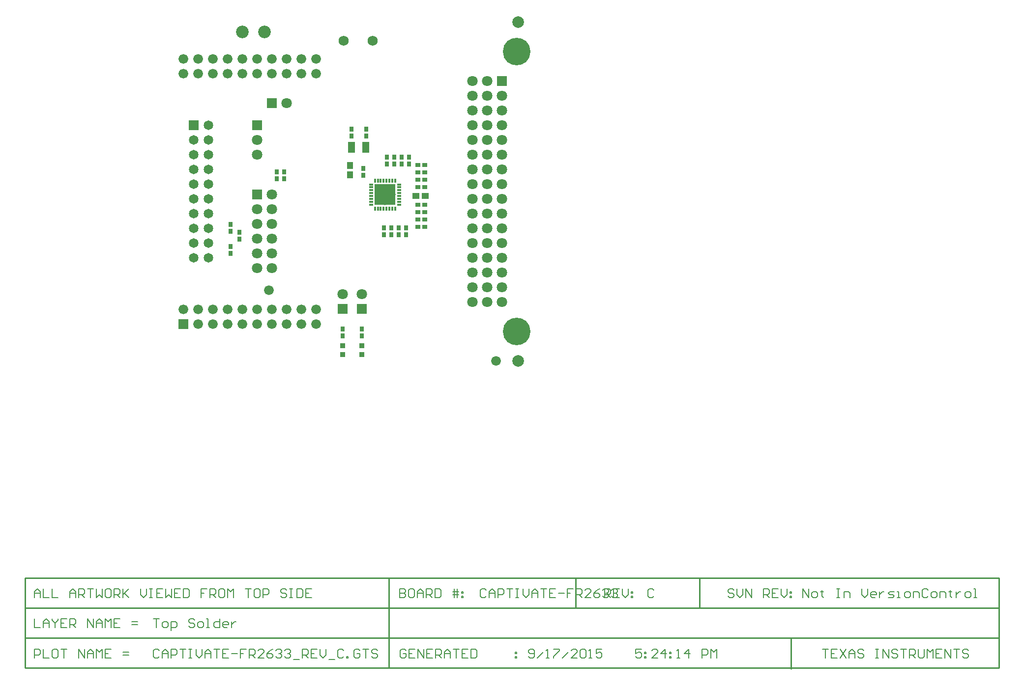
<source format=gts>
%FSAX25Y25*%
%MOIN*%
G70*
G01*
G75*
G04 Layer_Color=8388736*
%ADD10C,0.00800*%
%ADD11C,0.00600*%
%ADD12C,0.03937*%
%ADD13R,0.02362X0.03150*%
%ADD14R,0.03937X0.03740*%
%ADD15R,0.03150X0.02362*%
%ADD16R,0.03150X0.03150*%
%ADD17R,0.03740X0.03937*%
%ADD18O,0.02362X0.00945*%
%ADD19O,0.00945X0.02362*%
%ADD20R,0.13583X0.13583*%
%ADD21R,0.03937X0.07087*%
%ADD22C,0.02000*%
%ADD23C,0.01000*%
%ADD24C,0.03000*%
%ADD25C,0.01200*%
%ADD26C,0.00787*%
%ADD27C,0.01500*%
%ADD28C,0.05000*%
%ADD29C,0.06000*%
%ADD30C,0.06496*%
%ADD31R,0.06496X0.06496*%
%ADD32C,0.08000*%
%ADD33R,0.05906X0.05906*%
%ADD34C,0.05906*%
%ADD35C,0.18110*%
%ADD36C,0.06299*%
%ADD37R,0.06496X0.06496*%
%ADD38R,0.06000X0.06000*%
%ADD39C,0.05000*%
%ADD40C,0.03400*%
%ADD41C,0.01969*%
%ADD42C,0.00984*%
%ADD43C,0.00700*%
%ADD44C,0.00050*%
%ADD45R,0.06299X0.01969*%
%ADD46R,0.05850X0.05850*%
%ADD47C,0.07874*%
%ADD48R,0.02962X0.03750*%
%ADD49R,0.04537X0.04340*%
%ADD50R,0.03750X0.02962*%
%ADD51R,0.03750X0.03750*%
%ADD52R,0.04340X0.04537*%
%ADD53O,0.02962X0.01545*%
%ADD54O,0.01545X0.02962*%
%ADD55R,0.14183X0.14183*%
%ADD56R,0.04537X0.07687*%
%ADD57C,0.06600*%
%ADD58C,0.07096*%
%ADD59R,0.07096X0.07096*%
%ADD60C,0.08600*%
%ADD61R,0.06506X0.06506*%
%ADD62C,0.06506*%
%ADD63C,0.18710*%
%ADD64C,0.06899*%
%ADD65R,0.07096X0.07096*%
%ADD66R,0.06600X0.06600*%
%ADD67C,0.02569*%
G54D10*
X0126900Y0073549D02*
X0130899D01*
X0128899D01*
Y0067551D01*
X0133898D02*
X0135897D01*
X0136897Y0068550D01*
Y0070550D01*
X0135897Y0071549D01*
X0133898D01*
X0132898Y0070550D01*
Y0068550D01*
X0133898Y0067551D01*
X0138896Y0065551D02*
Y0071549D01*
X0141895D01*
X0142895Y0070550D01*
Y0068550D01*
X0141895Y0067551D01*
X0138896D01*
X0154891Y0072549D02*
X0153891Y0073549D01*
X0151892D01*
X0150892Y0072549D01*
Y0071549D01*
X0151892Y0070550D01*
X0153891D01*
X0154891Y0069550D01*
Y0068550D01*
X0153891Y0067551D01*
X0151892D01*
X0150892Y0068550D01*
X0157890Y0067551D02*
X0159889D01*
X0160889Y0068550D01*
Y0070550D01*
X0159889Y0071549D01*
X0157890D01*
X0156890Y0070550D01*
Y0068550D01*
X0157890Y0067551D01*
X0162888D02*
X0164888D01*
X0163888D01*
Y0073549D01*
X0162888D01*
X0171885D02*
Y0067551D01*
X0168886D01*
X0167887Y0068550D01*
Y0070550D01*
X0168886Y0071549D01*
X0171885D01*
X0176884Y0067551D02*
X0174884D01*
X0173885Y0068550D01*
Y0070550D01*
X0174884Y0071549D01*
X0176884D01*
X0177884Y0070550D01*
Y0069550D01*
X0173885D01*
X0179883Y0071549D02*
Y0067551D01*
Y0069550D01*
X0180883Y0070550D01*
X0181882Y0071549D01*
X0182882D01*
X0126900Y0073549D02*
X0130899D01*
X0128899D01*
Y0067551D01*
X0133898D02*
X0135897D01*
X0136897Y0068550D01*
Y0070550D01*
X0135897Y0071549D01*
X0133898D01*
X0132898Y0070550D01*
Y0068550D01*
X0133898Y0067551D01*
X0138896Y0065551D02*
Y0071549D01*
X0141895D01*
X0142895Y0070550D01*
Y0068550D01*
X0141895Y0067551D01*
X0138896D01*
X0154891Y0072549D02*
X0153891Y0073549D01*
X0151892D01*
X0150892Y0072549D01*
Y0071549D01*
X0151892Y0070550D01*
X0153891D01*
X0154891Y0069550D01*
Y0068550D01*
X0153891Y0067551D01*
X0151892D01*
X0150892Y0068550D01*
X0157890Y0067551D02*
X0159889D01*
X0160889Y0068550D01*
Y0070550D01*
X0159889Y0071549D01*
X0157890D01*
X0156890Y0070550D01*
Y0068550D01*
X0157890Y0067551D01*
X0162888D02*
X0164888D01*
X0163888D01*
Y0073549D01*
X0162888D01*
X0171885D02*
Y0067551D01*
X0168886D01*
X0167887Y0068550D01*
Y0070550D01*
X0168886Y0071549D01*
X0171885D01*
X0176884Y0067551D02*
X0174884D01*
X0173885Y0068550D01*
Y0070550D01*
X0174884Y0071549D01*
X0176884D01*
X0177884Y0070550D01*
Y0069550D01*
X0173885D01*
X0179883Y0071549D02*
Y0067551D01*
Y0069550D01*
X0180883Y0070550D01*
X0181882Y0071549D01*
X0182882D01*
X0580500Y0052965D02*
X0584499D01*
X0582499D01*
Y0046966D01*
X0590497Y0052965D02*
X0586498D01*
Y0046966D01*
X0590497D01*
X0586498Y0049966D02*
X0588497D01*
X0592496Y0052965D02*
X0596495Y0046966D01*
Y0052965D02*
X0592496Y0046966D01*
X0598494D02*
Y0050965D01*
X0600493Y0052965D01*
X0602493Y0050965D01*
Y0046966D01*
Y0049966D01*
X0598494D01*
X0608491Y0051965D02*
X0607491Y0052965D01*
X0605492D01*
X0604492Y0051965D01*
Y0050965D01*
X0605492Y0049966D01*
X0607491D01*
X0608491Y0048966D01*
Y0047966D01*
X0607491Y0046966D01*
X0605492D01*
X0604492Y0047966D01*
X0616488Y0052965D02*
X0618488D01*
X0617488D01*
Y0046966D01*
X0616488D01*
X0618488D01*
X0621487D02*
Y0052965D01*
X0625486Y0046966D01*
Y0052965D01*
X0631484Y0051965D02*
X0630484Y0052965D01*
X0628484D01*
X0627485Y0051965D01*
Y0050965D01*
X0628484Y0049966D01*
X0630484D01*
X0631484Y0048966D01*
Y0047966D01*
X0630484Y0046966D01*
X0628484D01*
X0627485Y0047966D01*
X0633483Y0052965D02*
X0637482D01*
X0635482D01*
Y0046966D01*
X0639481D02*
Y0052965D01*
X0642480D01*
X0643480Y0051965D01*
Y0049966D01*
X0642480Y0048966D01*
X0639481D01*
X0641480D02*
X0643480Y0046966D01*
X0645479Y0052965D02*
Y0047966D01*
X0646479Y0046966D01*
X0648478D01*
X0649478Y0047966D01*
Y0052965D01*
X0651477Y0046966D02*
Y0052965D01*
X0653476Y0050965D01*
X0655476Y0052965D01*
Y0046966D01*
X0661474Y0052965D02*
X0657475D01*
Y0046966D01*
X0661474D01*
X0657475Y0049966D02*
X0659474D01*
X0663473Y0046966D02*
Y0052965D01*
X0667472Y0046966D01*
Y0052965D01*
X0669471D02*
X0673470D01*
X0671471D01*
Y0046966D01*
X0679468Y0051965D02*
X0678468Y0052965D01*
X0676469D01*
X0675469Y0051965D01*
Y0050965D01*
X0676469Y0049966D01*
X0678468D01*
X0679468Y0048966D01*
Y0047966D01*
X0678468Y0046966D01*
X0676469D01*
X0675469Y0047966D01*
X0458049Y0052965D02*
X0454050D01*
Y0049966D01*
X0456049Y0050965D01*
X0457049D01*
X0458049Y0049966D01*
Y0047966D01*
X0457049Y0046966D01*
X0455050D01*
X0454050Y0047966D01*
X0460048Y0050965D02*
X0461048D01*
Y0049966D01*
X0460048D01*
Y0050965D01*
Y0047966D02*
X0461048D01*
Y0046966D01*
X0460048D01*
Y0047966D01*
X0469045Y0046966D02*
X0465046D01*
X0469045Y0050965D01*
Y0051965D01*
X0468046Y0052965D01*
X0466046D01*
X0465046Y0051965D01*
X0474044Y0046966D02*
Y0052965D01*
X0471044Y0049966D01*
X0475043D01*
X0477043Y0050965D02*
X0478042D01*
Y0049966D01*
X0477043D01*
Y0050965D01*
Y0047966D02*
X0478042D01*
Y0046966D01*
X0477043D01*
Y0047966D01*
X0482041Y0046966D02*
X0484040D01*
X0483041D01*
Y0052965D01*
X0482041Y0051965D01*
X0490038Y0046966D02*
Y0052965D01*
X0487039Y0049966D01*
X0491038D01*
X0499035Y0046966D02*
Y0052965D01*
X0502035D01*
X0503034Y0051965D01*
Y0049966D01*
X0502035Y0048966D01*
X0499035D01*
X0505033Y0046966D02*
Y0052965D01*
X0507033Y0050965D01*
X0509032Y0052965D01*
Y0046966D01*
X0046350D02*
Y0052965D01*
X0049349D01*
X0050349Y0051965D01*
Y0049966D01*
X0049349Y0048966D01*
X0046350D01*
X0052348Y0052965D02*
Y0046966D01*
X0056347D01*
X0061345Y0052965D02*
X0059346D01*
X0058346Y0051965D01*
Y0047966D01*
X0059346Y0046966D01*
X0061345D01*
X0062345Y0047966D01*
Y0051965D01*
X0061345Y0052965D01*
X0064344D02*
X0068343D01*
X0066343D01*
Y0046966D01*
X0076340D02*
Y0052965D01*
X0080339Y0046966D01*
Y0052965D01*
X0082338Y0046966D02*
Y0050965D01*
X0084338Y0052965D01*
X0086337Y0050965D01*
Y0046966D01*
Y0049966D01*
X0082338D01*
X0088336Y0046966D02*
Y0052965D01*
X0090336Y0050965D01*
X0092335Y0052965D01*
Y0046966D01*
X0098333Y0052965D02*
X0094335D01*
Y0046966D01*
X0098333D01*
X0094335Y0049966D02*
X0096334D01*
X0106331Y0048966D02*
X0110329D01*
X0106331Y0050965D02*
X0110329D01*
X0046350Y0073549D02*
Y0067551D01*
X0050349D01*
X0052348D02*
Y0071549D01*
X0054347Y0073549D01*
X0056347Y0071549D01*
Y0067551D01*
Y0070550D01*
X0052348D01*
X0058346Y0073549D02*
Y0072549D01*
X0060346Y0070550D01*
X0062345Y0072549D01*
Y0073549D01*
X0060346Y0070550D02*
Y0067551D01*
X0068343Y0073549D02*
X0064344D01*
Y0067551D01*
X0068343D01*
X0064344Y0070550D02*
X0066343D01*
X0070342Y0067551D02*
Y0073549D01*
X0073341D01*
X0074341Y0072549D01*
Y0070550D01*
X0073341Y0069550D01*
X0070342D01*
X0072342D02*
X0074341Y0067551D01*
X0082338D02*
Y0073549D01*
X0086337Y0067551D01*
Y0073549D01*
X0088336Y0067551D02*
Y0071549D01*
X0090336Y0073549D01*
X0092335Y0071549D01*
Y0067551D01*
Y0070550D01*
X0088336D01*
X0094335Y0067551D02*
Y0073549D01*
X0096334Y0071549D01*
X0098333Y0073549D01*
Y0067551D01*
X0104331Y0073549D02*
X0100332D01*
Y0067551D01*
X0104331D01*
X0100332Y0070550D02*
X0102332D01*
X0112329Y0069550D02*
X0116327D01*
X0112329Y0071549D02*
X0116327D01*
X0294000Y0093831D02*
Y0087833D01*
X0296999D01*
X0297999Y0088833D01*
Y0089833D01*
X0296999Y0090832D01*
X0294000D01*
X0296999D01*
X0297999Y0091832D01*
Y0092832D01*
X0296999Y0093831D01*
X0294000D01*
X0302997D02*
X0300998D01*
X0299998Y0092832D01*
Y0088833D01*
X0300998Y0087833D01*
X0302997D01*
X0303997Y0088833D01*
Y0092832D01*
X0302997Y0093831D01*
X0305996Y0087833D02*
Y0091832D01*
X0307996Y0093831D01*
X0309995Y0091832D01*
Y0087833D01*
Y0090832D01*
X0305996D01*
X0311994Y0087833D02*
Y0093831D01*
X0314993D01*
X0315993Y0092832D01*
Y0090832D01*
X0314993Y0089833D01*
X0311994D01*
X0313994D02*
X0315993Y0087833D01*
X0317992Y0093831D02*
Y0087833D01*
X0320991D01*
X0321991Y0088833D01*
Y0092832D01*
X0320991Y0093831D01*
X0317992D01*
X0330988Y0087833D02*
Y0093831D01*
X0332987D02*
Y0087833D01*
X0329988Y0091832D02*
X0332987D01*
X0333987D01*
X0329988Y0089833D02*
X0333987D01*
X0335986Y0091832D02*
X0336986D01*
Y0090832D01*
X0335986D01*
Y0091832D01*
Y0088833D02*
X0336986D01*
Y0087833D01*
X0335986D01*
Y0088833D01*
X0352549Y0092832D02*
X0351549Y0093831D01*
X0349550D01*
X0348550Y0092832D01*
Y0088833D01*
X0349550Y0087833D01*
X0351549D01*
X0352549Y0088833D01*
X0354548Y0087833D02*
Y0091832D01*
X0356547Y0093831D01*
X0358547Y0091832D01*
Y0087833D01*
Y0090832D01*
X0354548D01*
X0360546Y0087833D02*
Y0093831D01*
X0363545D01*
X0364545Y0092832D01*
Y0090832D01*
X0363545Y0089833D01*
X0360546D01*
X0366544Y0093831D02*
X0370543D01*
X0368544D01*
Y0087833D01*
X0372542Y0093831D02*
X0374542D01*
X0373542D01*
Y0087833D01*
X0372542D01*
X0374542D01*
X0377541Y0093831D02*
Y0089833D01*
X0379540Y0087833D01*
X0381539Y0089833D01*
Y0093831D01*
X0383539Y0087833D02*
Y0091832D01*
X0385538Y0093831D01*
X0387537Y0091832D01*
Y0087833D01*
Y0090832D01*
X0383539D01*
X0389537Y0093831D02*
X0393535D01*
X0391536D01*
Y0087833D01*
X0399534Y0093831D02*
X0395535D01*
Y0087833D01*
X0399534D01*
X0395535Y0090832D02*
X0397534D01*
X0401533D02*
X0405532D01*
X0411530Y0093831D02*
X0407531D01*
Y0090832D01*
X0409530D01*
X0407531D01*
Y0087833D01*
X0413529D02*
Y0093831D01*
X0416528D01*
X0417528Y0092832D01*
Y0090832D01*
X0416528Y0089833D01*
X0413529D01*
X0415528D02*
X0417528Y0087833D01*
X0423526D02*
X0419527D01*
X0423526Y0091832D01*
Y0092832D01*
X0422526Y0093831D01*
X0420527D01*
X0419527Y0092832D01*
X0429524Y0093831D02*
X0427524Y0092832D01*
X0425525Y0090832D01*
Y0088833D01*
X0426525Y0087833D01*
X0428524D01*
X0429524Y0088833D01*
Y0089833D01*
X0428524Y0090832D01*
X0425525D01*
X0431523Y0092832D02*
X0432523Y0093831D01*
X0434522D01*
X0435522Y0092832D01*
Y0091832D01*
X0434522Y0090832D01*
X0433523D01*
X0434522D01*
X0435522Y0089833D01*
Y0088833D01*
X0434522Y0087833D01*
X0432523D01*
X0431523Y0088833D01*
X0437521Y0092832D02*
X0438521Y0093831D01*
X0440520D01*
X0441520Y0092832D01*
Y0091832D01*
X0440520Y0090832D01*
X0439521D01*
X0440520D01*
X0441520Y0089833D01*
Y0088833D01*
X0440520Y0087833D01*
X0438521D01*
X0437521Y0088833D01*
X0466149Y0092832D02*
X0465149Y0093831D01*
X0463150D01*
X0462150Y0092832D01*
Y0088833D01*
X0463150Y0087833D01*
X0465149D01*
X0466149Y0088833D01*
X0046350Y0087833D02*
Y0091832D01*
X0048349Y0093831D01*
X0050349Y0091832D01*
Y0087833D01*
Y0090832D01*
X0046350D01*
X0052348Y0093831D02*
Y0087833D01*
X0056347D01*
X0058346Y0093831D02*
Y0087833D01*
X0062345D01*
X0070342D02*
Y0091832D01*
X0072342Y0093831D01*
X0074341Y0091832D01*
Y0087833D01*
Y0090832D01*
X0070342D01*
X0076340Y0087833D02*
Y0093831D01*
X0079339D01*
X0080339Y0092832D01*
Y0090832D01*
X0079339Y0089833D01*
X0076340D01*
X0078340D02*
X0080339Y0087833D01*
X0082338Y0093831D02*
X0086337D01*
X0084338D01*
Y0087833D01*
X0088336Y0093831D02*
Y0087833D01*
X0090336Y0089833D01*
X0092335Y0087833D01*
Y0093831D01*
X0097334D02*
X0095334D01*
X0094335Y0092832D01*
Y0088833D01*
X0095334Y0087833D01*
X0097334D01*
X0098333Y0088833D01*
Y0092832D01*
X0097334Y0093831D01*
X0100332Y0087833D02*
Y0093831D01*
X0103332D01*
X0104331Y0092832D01*
Y0090832D01*
X0103332Y0089833D01*
X0100332D01*
X0102332D02*
X0104331Y0087833D01*
X0106331Y0093831D02*
Y0087833D01*
Y0089833D01*
X0110329Y0093831D01*
X0107330Y0090832D01*
X0110329Y0087833D01*
X0118327Y0093831D02*
Y0089833D01*
X0120326Y0087833D01*
X0122325Y0089833D01*
Y0093831D01*
X0124325D02*
X0126324D01*
X0125324D01*
Y0087833D01*
X0124325D01*
X0126324D01*
X0133322Y0093831D02*
X0129323D01*
Y0087833D01*
X0133322D01*
X0129323Y0090832D02*
X0131323D01*
X0135321Y0093831D02*
Y0087833D01*
X0137321Y0089833D01*
X0139320Y0087833D01*
Y0093831D01*
X0145318D02*
X0141319D01*
Y0087833D01*
X0145318D01*
X0141319Y0090832D02*
X0143319D01*
X0147317Y0093831D02*
Y0087833D01*
X0150316D01*
X0151316Y0088833D01*
Y0092832D01*
X0150316Y0093831D01*
X0147317D01*
X0163312D02*
X0159313D01*
Y0090832D01*
X0161313D01*
X0159313D01*
Y0087833D01*
X0165312D02*
Y0093831D01*
X0168310D01*
X0169310Y0092832D01*
Y0090832D01*
X0168310Y0089833D01*
X0165312D01*
X0167311D02*
X0169310Y0087833D01*
X0174309Y0093831D02*
X0172309D01*
X0171310Y0092832D01*
Y0088833D01*
X0172309Y0087833D01*
X0174309D01*
X0175308Y0088833D01*
Y0092832D01*
X0174309Y0093831D01*
X0177308Y0087833D02*
Y0093831D01*
X0179307Y0091832D01*
X0181306Y0093831D01*
Y0087833D01*
X0189304Y0093831D02*
X0193303D01*
X0191303D01*
Y0087833D01*
X0198301Y0093831D02*
X0196301D01*
X0195302Y0092832D01*
Y0088833D01*
X0196301Y0087833D01*
X0198301D01*
X0199301Y0088833D01*
Y0092832D01*
X0198301Y0093831D01*
X0201300Y0087833D02*
Y0093831D01*
X0204299D01*
X0205299Y0092832D01*
Y0090832D01*
X0204299Y0089833D01*
X0201300D01*
X0217295Y0092832D02*
X0216295Y0093831D01*
X0214296D01*
X0213296Y0092832D01*
Y0091832D01*
X0214296Y0090832D01*
X0216295D01*
X0217295Y0089833D01*
Y0088833D01*
X0216295Y0087833D01*
X0214296D01*
X0213296Y0088833D01*
X0219294Y0093831D02*
X0221293D01*
X0220294D01*
Y0087833D01*
X0219294D01*
X0221293D01*
X0224292Y0093831D02*
Y0087833D01*
X0227291D01*
X0228291Y0088833D01*
Y0092832D01*
X0227291Y0093831D01*
X0224292D01*
X0234289D02*
X0230291D01*
Y0087833D01*
X0234289D01*
X0230291Y0090832D02*
X0232290D01*
X0298199Y0051965D02*
X0297199Y0052965D01*
X0295200D01*
X0294200Y0051965D01*
Y0047966D01*
X0295200Y0046966D01*
X0297199D01*
X0298199Y0047966D01*
Y0049966D01*
X0296199D01*
X0304197Y0052965D02*
X0300198D01*
Y0046966D01*
X0304197D01*
X0300198Y0049966D02*
X0302197D01*
X0306196Y0046966D02*
Y0052965D01*
X0310195Y0046966D01*
Y0052965D01*
X0316193D02*
X0312194D01*
Y0046966D01*
X0316193D01*
X0312194Y0049966D02*
X0314194D01*
X0318192Y0046966D02*
Y0052965D01*
X0321191D01*
X0322191Y0051965D01*
Y0049966D01*
X0321191Y0048966D01*
X0318192D01*
X0320192D02*
X0322191Y0046966D01*
X0324190D02*
Y0050965D01*
X0326190Y0052965D01*
X0328189Y0050965D01*
Y0046966D01*
Y0049966D01*
X0324190D01*
X0330188Y0052965D02*
X0334187D01*
X0332188D01*
Y0046966D01*
X0340185Y0052965D02*
X0336186D01*
Y0046966D01*
X0340185D01*
X0336186Y0049966D02*
X0338186D01*
X0342184Y0052965D02*
Y0046966D01*
X0345183D01*
X0346183Y0047966D01*
Y0051965D01*
X0345183Y0052965D01*
X0342184D01*
X0372175Y0050965D02*
X0373175D01*
Y0049966D01*
X0372175D01*
Y0050965D01*
Y0047966D02*
X0373175D01*
Y0046966D01*
X0372175D01*
Y0047966D01*
X0381150D02*
X0382150Y0046966D01*
X0384149D01*
X0385149Y0047966D01*
Y0051965D01*
X0384149Y0052965D01*
X0382150D01*
X0381150Y0051965D01*
Y0050965D01*
X0382150Y0049966D01*
X0385149D01*
X0387148Y0046966D02*
X0391147Y0050965D01*
X0393146Y0046966D02*
X0395146D01*
X0394146D01*
Y0052965D01*
X0393146Y0051965D01*
X0398145Y0052965D02*
X0402143D01*
Y0051965D01*
X0398145Y0047966D01*
Y0046966D01*
X0404143D02*
X0408141Y0050965D01*
X0414139Y0046966D02*
X0410141D01*
X0414139Y0050965D01*
Y0051965D01*
X0413140Y0052965D01*
X0411140D01*
X0410141Y0051965D01*
X0416139D02*
X0417138Y0052965D01*
X0419138D01*
X0420137Y0051965D01*
Y0047966D01*
X0419138Y0046966D01*
X0417138D01*
X0416139Y0047966D01*
Y0051965D01*
X0422137Y0046966D02*
X0424136D01*
X0423136D01*
Y0052965D01*
X0422137Y0051965D01*
X0431134Y0052965D02*
X0427135D01*
Y0049966D01*
X0429135Y0050965D01*
X0430134D01*
X0431134Y0049966D01*
Y0047966D01*
X0430134Y0046966D01*
X0428135D01*
X0427135Y0047966D01*
X0130899Y0051965D02*
X0129899Y0052965D01*
X0127900D01*
X0126900Y0051965D01*
Y0047966D01*
X0127900Y0046966D01*
X0129899D01*
X0130899Y0047966D01*
X0132898Y0046966D02*
Y0050965D01*
X0134897Y0052965D01*
X0136897Y0050965D01*
Y0046966D01*
Y0049966D01*
X0132898D01*
X0138896Y0046966D02*
Y0052965D01*
X0141895D01*
X0142895Y0051965D01*
Y0049966D01*
X0141895Y0048966D01*
X0138896D01*
X0144894Y0052965D02*
X0148893D01*
X0146894D01*
Y0046966D01*
X0150892Y0052965D02*
X0152892D01*
X0151892D01*
Y0046966D01*
X0150892D01*
X0152892D01*
X0155891Y0052965D02*
Y0048966D01*
X0157890Y0046966D01*
X0159889Y0048966D01*
Y0052965D01*
X0161889Y0046966D02*
Y0050965D01*
X0163888Y0052965D01*
X0165887Y0050965D01*
Y0046966D01*
Y0049966D01*
X0161889D01*
X0167887Y0052965D02*
X0171885D01*
X0169886D01*
Y0046966D01*
X0177884Y0052965D02*
X0173885D01*
Y0046966D01*
X0177884D01*
X0173885Y0049966D02*
X0175884D01*
X0179883D02*
X0183882D01*
X0189880Y0052965D02*
X0185881D01*
Y0049966D01*
X0187880D01*
X0185881D01*
Y0046966D01*
X0191879D02*
Y0052965D01*
X0194878D01*
X0195878Y0051965D01*
Y0049966D01*
X0194878Y0048966D01*
X0191879D01*
X0193878D02*
X0195878Y0046966D01*
X0201876D02*
X0197877D01*
X0201876Y0050965D01*
Y0051965D01*
X0200876Y0052965D01*
X0198877D01*
X0197877Y0051965D01*
X0207874Y0052965D02*
X0205874Y0051965D01*
X0203875Y0049966D01*
Y0047966D01*
X0204875Y0046966D01*
X0206874D01*
X0207874Y0047966D01*
Y0048966D01*
X0206874Y0049966D01*
X0203875D01*
X0209873Y0051965D02*
X0210873Y0052965D01*
X0212872D01*
X0213872Y0051965D01*
Y0050965D01*
X0212872Y0049966D01*
X0211873D01*
X0212872D01*
X0213872Y0048966D01*
Y0047966D01*
X0212872Y0046966D01*
X0210873D01*
X0209873Y0047966D01*
X0215871Y0051965D02*
X0216871Y0052965D01*
X0218870D01*
X0219870Y0051965D01*
Y0050965D01*
X0218870Y0049966D01*
X0217871D01*
X0218870D01*
X0219870Y0048966D01*
Y0047966D01*
X0218870Y0046966D01*
X0216871D01*
X0215871Y0047966D01*
X0221869Y0045967D02*
X0225868D01*
X0227867Y0046966D02*
Y0052965D01*
X0230866D01*
X0231866Y0051965D01*
Y0049966D01*
X0230866Y0048966D01*
X0227867D01*
X0229867D02*
X0231866Y0046966D01*
X0237864Y0052965D02*
X0233865D01*
Y0046966D01*
X0237864D01*
X0233865Y0049966D02*
X0235865D01*
X0239863Y0052965D02*
Y0048966D01*
X0241863Y0046966D01*
X0243862Y0048966D01*
Y0052965D01*
X0245862Y0045967D02*
X0249860D01*
X0255858Y0051965D02*
X0254859Y0052965D01*
X0252859D01*
X0251860Y0051965D01*
Y0047966D01*
X0252859Y0046966D01*
X0254859D01*
X0255858Y0047966D01*
X0257858Y0046966D02*
Y0047966D01*
X0258857D01*
Y0046966D01*
X0257858D01*
X0266855Y0051965D02*
X0265855Y0052965D01*
X0263856D01*
X0262856Y0051965D01*
Y0047966D01*
X0263856Y0046966D01*
X0265855D01*
X0266855Y0047966D01*
Y0049966D01*
X0264855D01*
X0268854Y0052965D02*
X0272853D01*
X0270853D01*
Y0046966D01*
X0278851Y0051965D02*
X0277851Y0052965D01*
X0275852D01*
X0274852Y0051965D01*
Y0050965D01*
X0275852Y0049966D01*
X0277851D01*
X0278851Y0048966D01*
Y0047966D01*
X0277851Y0046966D01*
X0275852D01*
X0274852Y0047966D01*
X0433000Y0087833D02*
Y0093831D01*
X0435999D01*
X0436999Y0092832D01*
Y0090832D01*
X0435999Y0089833D01*
X0433000D01*
X0434999D02*
X0436999Y0087833D01*
X0442997Y0093831D02*
X0438998D01*
Y0087833D01*
X0442997D01*
X0438998Y0090832D02*
X0440997D01*
X0444996Y0093831D02*
Y0089833D01*
X0446995Y0087833D01*
X0448995Y0089833D01*
Y0093831D01*
X0450994Y0091832D02*
X0451994D01*
Y0090832D01*
X0450994D01*
Y0091832D01*
Y0088833D02*
X0451994D01*
Y0087833D01*
X0450994D01*
Y0088833D01*
X0520799Y0092832D02*
X0519799Y0093831D01*
X0517800D01*
X0516800Y0092832D01*
Y0091832D01*
X0517800Y0090832D01*
X0519799D01*
X0520799Y0089833D01*
Y0088833D01*
X0519799Y0087833D01*
X0517800D01*
X0516800Y0088833D01*
X0522798Y0093831D02*
Y0089833D01*
X0524797Y0087833D01*
X0526797Y0089833D01*
Y0093831D01*
X0528796Y0087833D02*
Y0093831D01*
X0532795Y0087833D01*
Y0093831D01*
X0540792Y0087833D02*
Y0093831D01*
X0543791D01*
X0544791Y0092832D01*
Y0090832D01*
X0543791Y0089833D01*
X0540792D01*
X0542792D02*
X0544791Y0087833D01*
X0550789Y0093831D02*
X0546790D01*
Y0087833D01*
X0550789D01*
X0546790Y0090832D02*
X0548790D01*
X0552788Y0093831D02*
Y0089833D01*
X0554788Y0087833D01*
X0556787Y0089833D01*
Y0093831D01*
X0558786Y0091832D02*
X0559786D01*
Y0090832D01*
X0558786D01*
Y0091832D01*
Y0088833D02*
X0559786D01*
Y0087833D01*
X0558786D01*
Y0088833D01*
X0567400Y0087833D02*
Y0093831D01*
X0571399Y0087833D01*
Y0093831D01*
X0574398Y0087833D02*
X0576397D01*
X0577397Y0088833D01*
Y0090832D01*
X0576397Y0091832D01*
X0574398D01*
X0573398Y0090832D01*
Y0088833D01*
X0574398Y0087833D01*
X0580396Y0092832D02*
Y0091832D01*
X0579396D01*
X0581395D01*
X0580396D01*
Y0088833D01*
X0581395Y0087833D01*
X0590393Y0093831D02*
X0592392D01*
X0591392D01*
Y0087833D01*
X0590393D01*
X0592392D01*
X0595391D02*
Y0091832D01*
X0598390D01*
X0599390Y0090832D01*
Y0087833D01*
X0607387Y0093831D02*
Y0089833D01*
X0609386Y0087833D01*
X0611386Y0089833D01*
Y0093831D01*
X0616384Y0087833D02*
X0614385D01*
X0613385Y0088833D01*
Y0090832D01*
X0614385Y0091832D01*
X0616384D01*
X0617384Y0090832D01*
Y0089833D01*
X0613385D01*
X0619383Y0091832D02*
Y0087833D01*
Y0089833D01*
X0620383Y0090832D01*
X0621383Y0091832D01*
X0622382D01*
X0625381Y0087833D02*
X0628380D01*
X0629380Y0088833D01*
X0628380Y0089833D01*
X0626381D01*
X0625381Y0090832D01*
X0626381Y0091832D01*
X0629380D01*
X0631379Y0087833D02*
X0633379D01*
X0632379D01*
Y0091832D01*
X0631379D01*
X0637377Y0087833D02*
X0639377D01*
X0640376Y0088833D01*
Y0090832D01*
X0639377Y0091832D01*
X0637377D01*
X0636378Y0090832D01*
Y0088833D01*
X0637377Y0087833D01*
X0642376D02*
Y0091832D01*
X0645375D01*
X0646374Y0090832D01*
Y0087833D01*
X0652373Y0092832D02*
X0651373Y0093831D01*
X0649373D01*
X0648374Y0092832D01*
Y0088833D01*
X0649373Y0087833D01*
X0651373D01*
X0652373Y0088833D01*
X0655372Y0087833D02*
X0657371D01*
X0658371Y0088833D01*
Y0090832D01*
X0657371Y0091832D01*
X0655372D01*
X0654372Y0090832D01*
Y0088833D01*
X0655372Y0087833D01*
X0660370D02*
Y0091832D01*
X0663369D01*
X0664369Y0090832D01*
Y0087833D01*
X0667368Y0092832D02*
Y0091832D01*
X0666368D01*
X0668367D01*
X0667368D01*
Y0088833D01*
X0668367Y0087833D01*
X0671366Y0091832D02*
Y0087833D01*
Y0089833D01*
X0672366Y0090832D01*
X0673366Y0091832D01*
X0674365D01*
X0678364Y0087833D02*
X0680364D01*
X0681363Y0088833D01*
Y0090832D01*
X0680364Y0091832D01*
X0678364D01*
X0677364Y0090832D01*
Y0088833D01*
X0678364Y0087833D01*
X0683362D02*
X0685362D01*
X0684362D01*
Y0093831D01*
X0683362D01*
G54D23*
X0559400Y0039400D02*
Y0059683D01*
X0440500Y0040050D02*
X0700200D01*
Y0101050D01*
X0286500Y0040050D02*
Y0101050D01*
X0040000Y0040050D02*
Y0101050D01*
X0040050Y0040050D02*
X0197600D01*
X0040050D02*
Y0101050D01*
Y0101050D02*
X0700200D01*
X0040000Y0040050D02*
X0440500D01*
X0040000Y0060383D02*
X0700000D01*
X0040000Y0080717D02*
X0700200D01*
X0413200D02*
Y0101050D01*
X0497200Y0080717D02*
Y0101050D01*
G54D47*
X0374200Y0248400D02*
D03*
Y0478400D02*
D03*
G54D48*
X0185200Y0331038D02*
D03*
Y0335762D02*
D03*
X0179200Y0341262D02*
D03*
Y0336538D02*
D03*
X0271200Y0405762D02*
D03*
Y0401038D02*
D03*
X0261200Y0405762D02*
D03*
Y0401038D02*
D03*
X0285200Y0382038D02*
D03*
Y0386762D02*
D03*
X0290200Y0382038D02*
D03*
Y0386762D02*
D03*
X0295200Y0382038D02*
D03*
Y0386762D02*
D03*
X0300200Y0382038D02*
D03*
Y0386762D02*
D03*
X0298200Y0338762D02*
D03*
Y0334038D02*
D03*
X0293200Y0338762D02*
D03*
Y0334038D02*
D03*
X0288200Y0338762D02*
D03*
Y0334038D02*
D03*
X0283200Y0338762D02*
D03*
Y0334038D02*
D03*
X0255199Y0270262D02*
D03*
Y0265537D02*
D03*
X0268200Y0270262D02*
D03*
Y0265538D02*
D03*
X0269200Y0374538D02*
D03*
Y0379262D02*
D03*
X0210700Y0372038D02*
D03*
Y0376762D02*
D03*
X0179200Y0321338D02*
D03*
Y0326062D02*
D03*
X0215700Y0372038D02*
D03*
Y0376762D02*
D03*
G54D49*
X0311216Y0360400D02*
D03*
X0304917D02*
D03*
G54D50*
X0306338Y0381400D02*
D03*
X0311062D02*
D03*
X0306338Y0376400D02*
D03*
X0311062D02*
D03*
X0306338Y0371400D02*
D03*
X0311062D02*
D03*
X0306338Y0366400D02*
D03*
X0311062D02*
D03*
X0306338Y0354400D02*
D03*
X0311062D02*
D03*
X0306338Y0349400D02*
D03*
X0311062D02*
D03*
X0306338Y0344400D02*
D03*
X0311062D02*
D03*
X0306338Y0339400D02*
D03*
X0311062D02*
D03*
G54D51*
X0255200Y0258853D02*
D03*
Y0252947D02*
D03*
X0268200Y0258852D02*
D03*
Y0252947D02*
D03*
G54D52*
X0260200Y0374750D02*
D03*
Y0381050D02*
D03*
G54D53*
X0274617Y0368298D02*
D03*
Y0366329D02*
D03*
Y0364361D02*
D03*
Y0362392D02*
D03*
Y0360424D02*
D03*
Y0358455D02*
D03*
Y0356487D02*
D03*
Y0354518D02*
D03*
X0293515D02*
D03*
Y0356487D02*
D03*
Y0358455D02*
D03*
Y0360424D02*
D03*
Y0362392D02*
D03*
Y0364361D02*
D03*
Y0366329D02*
D03*
Y0368298D02*
D03*
G54D54*
X0277176Y0351959D02*
D03*
X0279145D02*
D03*
X0281113D02*
D03*
X0283082D02*
D03*
X0285050D02*
D03*
X0287019D02*
D03*
X0288987D02*
D03*
X0290956D02*
D03*
Y0370857D02*
D03*
X0288987D02*
D03*
X0287019D02*
D03*
X0285050D02*
D03*
X0283082D02*
D03*
X0281113D02*
D03*
X0279145D02*
D03*
X0277176D02*
D03*
G54D55*
X0284066Y0361408D02*
D03*
G54D56*
X0261279Y0393400D02*
D03*
X0271121D02*
D03*
G54D57*
X0359200Y0248400D02*
D03*
X0205200Y0296400D02*
D03*
X0147200Y0443400D02*
D03*
X0157200D02*
D03*
X0167200D02*
D03*
X0177200D02*
D03*
X0187200D02*
D03*
X0197200D02*
D03*
X0207200D02*
D03*
X0217200D02*
D03*
X0227200D02*
D03*
X0237200D02*
D03*
Y0283400D02*
D03*
X0227200D02*
D03*
X0217200D02*
D03*
X0207200D02*
D03*
X0197200D02*
D03*
X0187200D02*
D03*
X0177200D02*
D03*
X0167200D02*
D03*
X0157200D02*
D03*
X0147200D02*
D03*
X0157200Y0273400D02*
D03*
X0167200D02*
D03*
X0177200D02*
D03*
X0187200D02*
D03*
X0197200D02*
D03*
X0207200D02*
D03*
X0217200D02*
D03*
X0227200D02*
D03*
X0237200D02*
D03*
Y0453400D02*
D03*
X0227200D02*
D03*
X0217200D02*
D03*
X0207200D02*
D03*
X0197200D02*
D03*
X0187200D02*
D03*
X0177200D02*
D03*
X0167200D02*
D03*
X0157200D02*
D03*
X0147200D02*
D03*
G54D58*
X0197200Y0388400D02*
D03*
Y0398400D02*
D03*
X0207200Y0311400D02*
D03*
X0197200D02*
D03*
X0207200Y0321400D02*
D03*
X0197200D02*
D03*
X0207200Y0331400D02*
D03*
X0197200D02*
D03*
X0207200Y0341400D02*
D03*
X0197200D02*
D03*
X0207200Y0351400D02*
D03*
X0197200D02*
D03*
X0207200Y0361400D02*
D03*
X0363200Y0338400D02*
D03*
Y0368400D02*
D03*
Y0398400D02*
D03*
Y0428400D02*
D03*
Y0318400D02*
D03*
Y0308400D02*
D03*
Y0298400D02*
D03*
Y0288400D02*
D03*
X0353200Y0318400D02*
D03*
Y0308400D02*
D03*
Y0298400D02*
D03*
Y0288400D02*
D03*
X0343200Y0318400D02*
D03*
Y0308400D02*
D03*
Y0298400D02*
D03*
Y0288400D02*
D03*
X0363200Y0328400D02*
D03*
Y0348400D02*
D03*
Y0358400D02*
D03*
Y0378400D02*
D03*
Y0388400D02*
D03*
Y0408400D02*
D03*
Y0418400D02*
D03*
X0343200Y0328400D02*
D03*
Y0348400D02*
D03*
Y0358400D02*
D03*
Y0378400D02*
D03*
Y0388400D02*
D03*
Y0408400D02*
D03*
Y0418400D02*
D03*
Y0438400D02*
D03*
X0353200Y0338400D02*
D03*
Y0368400D02*
D03*
Y0398400D02*
D03*
Y0428400D02*
D03*
Y0328400D02*
D03*
Y0348400D02*
D03*
Y0358400D02*
D03*
Y0378400D02*
D03*
Y0388400D02*
D03*
Y0408400D02*
D03*
Y0418400D02*
D03*
Y0438400D02*
D03*
X0343200Y0338400D02*
D03*
Y0368400D02*
D03*
Y0398400D02*
D03*
Y0428400D02*
D03*
X0217200Y0423400D02*
D03*
X0268200Y0293900D02*
D03*
X0255200D02*
D03*
G54D59*
X0197200Y0408400D02*
D03*
Y0361400D02*
D03*
X0363200Y0438400D02*
D03*
X0268200Y0283900D02*
D03*
X0255200D02*
D03*
G54D60*
X0187200Y0471900D02*
D03*
X0202200D02*
D03*
G54D61*
X0154200Y0408395D02*
D03*
G54D62*
X0164200D02*
D03*
X0154200Y0398395D02*
D03*
X0164200D02*
D03*
X0154200Y0388396D02*
D03*
X0164200D02*
D03*
X0154200Y0378396D02*
D03*
X0164200D02*
D03*
X0154200Y0368395D02*
D03*
X0164200D02*
D03*
X0154200Y0358396D02*
D03*
X0164200D02*
D03*
X0154200Y0348395D02*
D03*
X0164200D02*
D03*
X0154200Y0338396D02*
D03*
X0164200D02*
D03*
X0154200Y0328396D02*
D03*
X0164200D02*
D03*
X0154200Y0318395D02*
D03*
X0164200D02*
D03*
G54D63*
X0373200Y0458400D02*
D03*
Y0268400D02*
D03*
G54D64*
X0255857Y0465900D02*
D03*
X0275542D02*
D03*
G54D65*
X0207200Y0423400D02*
D03*
G54D66*
X0147200Y0273400D02*
D03*
G54D67*
X0284066Y0367215D02*
D03*
X0278259Y0361408D02*
D03*
X0284066D02*
D03*
X0289873D02*
D03*
X0284066Y0355601D02*
D03*
M02*

</source>
